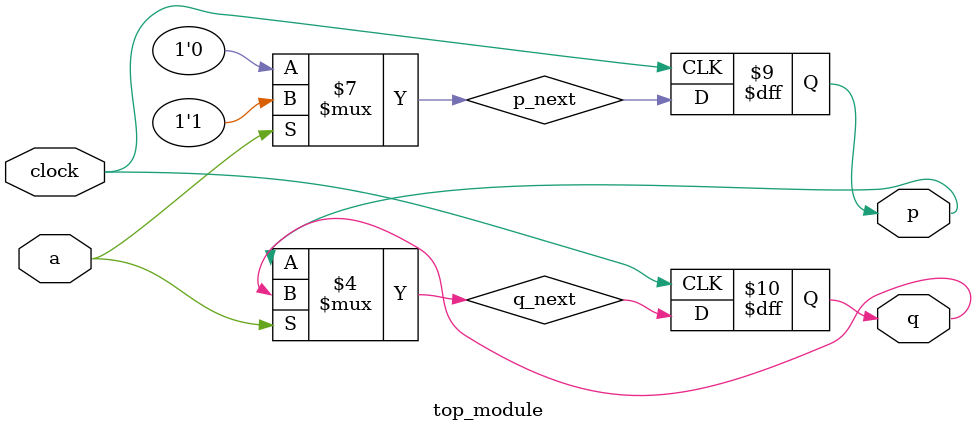
<source format=sv>
module top_module (
    input clock,
    input a,
    output reg p,
    output reg q
);

    reg p_next, q_next;
    
    always @(*) begin
        if (a) begin
            p_next = 1;
            q_next = q;
        end else begin
            p_next = 0;
            q_next = p;
        end
    end

    always @(posedge clock) begin
        p <= p_next;
        q <= q_next;
    end
endmodule

</source>
